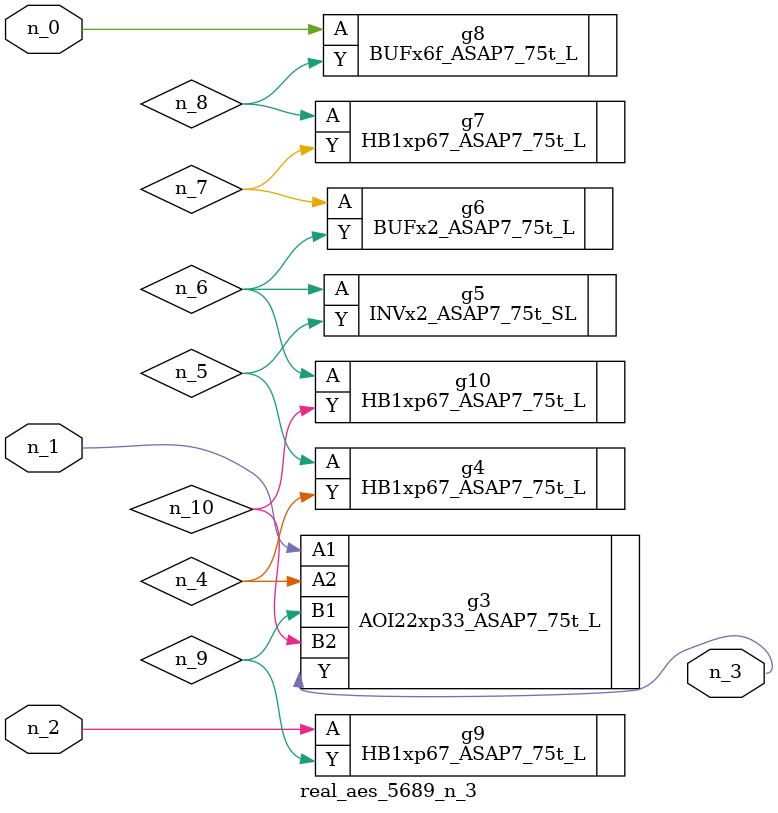
<source format=v>
module real_aes_5689_n_3 (n_0, n_2, n_1, n_3);
input n_0;
input n_2;
input n_1;
output n_3;
wire n_4;
wire n_5;
wire n_7;
wire n_9;
wire n_6;
wire n_8;
wire n_10;
BUFx6f_ASAP7_75t_L g8 ( .A(n_0), .Y(n_8) );
AOI22xp33_ASAP7_75t_L g3 ( .A1(n_1), .A2(n_4), .B1(n_9), .B2(n_10), .Y(n_3) );
HB1xp67_ASAP7_75t_L g9 ( .A(n_2), .Y(n_9) );
HB1xp67_ASAP7_75t_L g4 ( .A(n_5), .Y(n_4) );
INVx2_ASAP7_75t_SL g5 ( .A(n_6), .Y(n_5) );
HB1xp67_ASAP7_75t_L g10 ( .A(n_6), .Y(n_10) );
BUFx2_ASAP7_75t_L g6 ( .A(n_7), .Y(n_6) );
HB1xp67_ASAP7_75t_L g7 ( .A(n_8), .Y(n_7) );
endmodule
</source>
